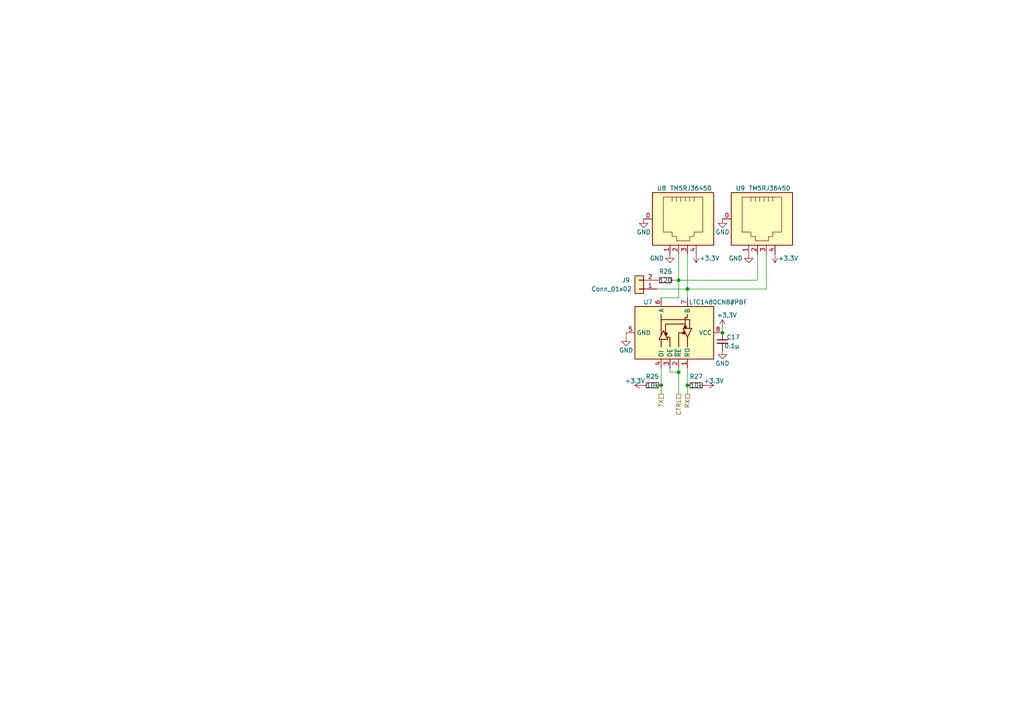
<source format=kicad_sch>
(kicad_sch (version 20211123) (generator eeschema)
  (paper "A4")
  (lib_symbols
    (symbol "Connector_Generic:Conn_01x02" (pin_names (offset 1.016) hide)
      (property "Reference" "J" (at 0 2.54 0))
      (property "Value" "Conn_01x02" (at 0 -5.08 0))
      (symbol "Conn_01x02_1_1"
        (rectangle (start -1.27 -2.413) (end 0 -2.667) (stroke (width 0.1524)))
        (rectangle (start -1.27 0.127) (end 0 -0.127) (stroke (width 0.1524)))
        (rectangle (start -1.27 1.27) (end 1.27 -3.81) (stroke (width 0.254)) (fill (type background)))
        (pin passive line (at -5.08 0 0) (length 3.81) (name "Pin_1") (number "1"))
        (pin passive line (at -5.08 -2.54 0) (length 3.81) (name "Pin_2") (number "2"))
      )
    )
    (symbol "Device:C_Small" (pin_numbers hide) (pin_names (offset 0.254) hide)
      (property "Reference" "C" (at 0.254 1.778 0))
      (property "Value" "C_Small" (at 0.254 -2.032 0))
      (symbol "C_Small_0_1"
        (polyline (pts (xy -1.524 -0.508) (xy 1.524 -0.508)) (stroke (width 0.3302)))
        (polyline (pts (xy -1.524 0.508) (xy 1.524 0.508)) (stroke (width 0.3048)))
      )
      (symbol "C_Small_1_1"
        (pin passive line (at 0 2.54 270) (length 2.032) (name "~") (number "1"))
        (pin passive line (at 0 -2.54 90) (length 2.032) (name "~") (number "2"))
      )
    )
    (symbol "Device:R_Small" (pin_numbers hide) (pin_names (offset 0.254) hide)
      (property "Reference" "R" (at 0.762 0.508 0))
      (property "Value" "R_Small" (at 0.762 -1.016 0))
      (symbol "R_Small_0_1"
        (rectangle (start -0.762 1.778) (end 0.762 -1.778) (stroke (width 0.2032)))
      )
      (symbol "R_Small_1_1"
        (pin passive line (at 0 2.54 270) (length 0.762) (name "~") (number "1"))
        (pin passive line (at 0 -2.54 90) (length 0.762) (name "~") (number "2"))
      )
    )
    (symbol "Interface_UART:MAX485E"
      (property "Reference" "U" (at -6.096 11.43 0))
      (property "Value" "MAX485E" (at 0.762 11.43 0))
      (symbol "MAX485E_0_1"
        (rectangle (start -7.62 10.16) (end 7.62 -12.7) (stroke (width 0.254)) (fill (type background)))
        (circle (center -0.3048 -3.683) (radius 0.3556) (stroke (width 0.254)) (fill (type outline)))
        (circle (center -0.0254 1.4986) (radius 0.3556) (stroke (width 0.254)) (fill (type outline)))
        (polyline (pts (xy -4.064 -5.08) (xy -1.905 -5.08)) (stroke (width 0.254)))
        (polyline (pts (xy -4.064 2.54) (xy -1.27 2.54)) (stroke (width 0.254)))
        (polyline (pts (xy -1.27 -3.2004) (xy -1.27 -3.4544)) (stroke (width 0.254)))
        (polyline (pts (xy -0.635 -5.08) (xy 5.334 -5.08)) (stroke (width 0.254)))
        (polyline (pts (xy -4.064 -2.54) (xy -1.27 -2.54) (xy -1.27 -3.175)) (stroke (width 0.254)))
        (polyline (pts (xy 0 1.27) (xy 0 0) (xy -4.064 0)) (stroke (width 0.254)))
        (polyline (pts (xy 1.27 3.175) (xy 3.81 3.175) (xy 3.81 -5.08)) (stroke (width 0.254)))
        (polyline (pts (xy 2.54 1.905) (xy 2.54 -3.81) (xy 0 -3.81)) (stroke (width 0.254)))
        (polyline (pts (xy -1.905 -3.175) (xy -1.905 -5.715) (xy 0.635 -4.445) (xy -1.905 -3.175)) (stroke (width 0.254)))
        (polyline (pts (xy -1.27 2.54) (xy 1.27 3.81) (xy 1.27 1.27) (xy -1.27 2.54)) (stroke (width 0.254)))
        (polyline (pts (xy 1.905 1.905) (xy 4.445 1.905) (xy 4.445 2.54) (xy 5.334 2.54)) (stroke (width 0.254)))
        (rectangle (start 1.27 3.175) (end 1.27 3.175))
        (circle (center 1.651 1.905) (radius 0.3556) (stroke (width 0.254)) (fill (type outline)))
      )
      (symbol "MAX485E_1_1"
        (pin output line (at -10.16 2.54 0) (length 2.54) (name "RO") (number "1"))
        (pin input line (at -10.16 0 0) (length 2.54) (name "~{RE}") (number "2"))
        (pin input line (at -10.16 -2.54 0) (length 2.54) (name "DE") (number "3"))
        (pin input line (at -10.16 -5.08 0) (length 2.54) (name "DI") (number "4"))
        (pin power_in line (at 0 -15.24 90) (length 2.54) (name "GND") (number "5"))
        (pin bidirectional line (at 10.16 -5.08 180) (length 2.54) (name "A") (number "6"))
        (pin bidirectional line (at 10.16 2.54 180) (length 2.54) (name "B") (number "7"))
        (pin power_in line (at 0 12.7 270) (length 2.54) (name "VCC") (number "8"))
      )
    )
    (symbol "TM5RJ36450:TM5RJ36450"
      (property "Reference" "U" (at 0 12.065 0))
      (property "Value" "TM5RJ36450" (at 0 10.16 0))
      (symbol "TM5RJ36450_0_1"
        (polyline (pts (xy -6.35 -3.175) (xy -5.08 -3.175) (xy -5.08 -3.175)))
        (polyline (pts (xy -6.35 -1.905) (xy -5.08 -1.905) (xy -5.08 -1.905)))
        (polyline (pts (xy -6.35 -0.635) (xy -5.08 -0.635) (xy -5.08 -0.635)))
        (polyline (pts (xy -6.35 0.635) (xy -5.08 0.635) (xy -5.08 0.635)))
        (polyline (pts (xy -6.35 1.905) (xy -5.08 1.905) (xy -5.08 1.905)))
        (polyline (pts (xy -5.08 3.175) (xy -6.35 3.175) (xy -6.35 3.175)))
        (polyline (pts (xy -6.35 -5.715) (xy -6.35 5.715) (xy 3.81 5.715) (xy 3.81 3.175) (xy 5.08 3.175) (xy 5.08 1.905) (xy 6.35 1.905) (xy 6.35 -1.905) (xy 5.08 -1.905) (xy 5.08 -3.175) (xy 3.81 -3.175) (xy 3.81 -5.715) (xy -6.35 -5.715) (xy -6.35 -5.715)))
        (rectangle (start 7.62 8.89) (end -7.62 -8.89) (stroke (width 0.254)) (fill (type background)))
      )
      (symbol "TM5RJ36450_1_1"
        (pin passive line (at 0 -11.43 90) (length 2.54) (name "~") (number "0"))
        (pin passive line (at 10.16 -3.81 180) (length 2.54) (name "~") (number "1"))
        (pin passive line (at 10.16 -1.27 180) (length 2.54) (name "~") (number "2"))
        (pin passive line (at 10.16 1.27 180) (length 2.54) (name "~") (number "3"))
        (pin passive line (at 10.16 3.81 180) (length 2.54) (name "~") (number "4"))
      )
    )
    (symbol "power:+3.3V" (power) (pin_names (offset 0))
      (property "Value" "+3.3V" (at 0 3.556 0))
      (symbol "+3.3V_0_1"
        (polyline (pts (xy -0.762 1.27) (xy 0 2.54)))
        (polyline (pts (xy 0 0) (xy 0 2.54)))
        (polyline (pts (xy 0 2.54) (xy 0.762 1.27)))
      )
      (symbol "+3.3V_1_1"
        (pin power_in line (at 0 0 90) (length 0) hide (name "+3.3V") (number "1"))
      )
    )
    (symbol "power:GND" (power) (pin_names (offset 0))
      (property "Value" "GND" (at 0 -3.81 0))
      (symbol "GND_0_1"
        (polyline (pts (xy 0 0) (xy 0 -1.27) (xy 1.27 -1.27) (xy 0 -2.54) (xy -1.27 -1.27) (xy 0 -1.27)))
      )
      (symbol "GND_1_1"
        (pin power_in line (at 0 0 270) (length 0) hide (name "GND") (number "1"))
      )
    )
  )
  (junction (at 199.39 111.76))
  (junction (at 209.55 96.52))
  (junction (at 196.85 107.95))
  (junction (at 199.39 83.82))
  (junction (at 196.85 81.28))
  (junction (at 191.77 111.76))
  (wire (pts (xy 181.61 97.79) (xy 181.61 96.52)))
  (wire (pts (xy 194.31 106.68) (xy 194.31 107.95)))
  (wire (pts (xy 199.39 73.66) (xy 199.39 83.82)))
  (wire (pts (xy 219.71 81.28) (xy 196.85 81.28)))
  (wire (pts (xy 196.85 86.36) (xy 196.85 81.28)))
  (wire (pts (xy 199.39 83.82) (xy 199.39 86.36)))
  (wire (pts (xy 222.25 73.66) (xy 222.25 83.82)))
  (wire (pts (xy 199.39 106.68) (xy 199.39 111.76)))
  (wire (pts (xy 196.85 73.66) (xy 196.85 81.28)))
  (wire (pts (xy 196.85 114.3) (xy 196.85 107.95)))
  (wire (pts (xy 209.55 95.25) (xy 209.55 96.52)))
  (wire (pts (xy 191.77 111.76) (xy 191.77 114.3)))
  (wire (pts (xy 219.71 73.66) (xy 219.71 81.28)))
  (wire (pts (xy 191.77 86.36) (xy 196.85 86.36)))
  (wire (pts (xy 199.39 111.76) (xy 199.39 114.3)))
  (wire (pts (xy 194.31 107.95) (xy 196.85 107.95)))
  (wire (pts (xy 199.39 83.82) (xy 222.25 83.82)))
  (wire (pts (xy 195.58 81.28) (xy 196.85 81.28)))
  (wire (pts (xy 196.85 106.68) (xy 196.85 107.95)))
  (wire (pts (xy 191.77 106.68) (xy 191.77 111.76)))
  (wire (pts (xy 190.5 83.82) (xy 199.39 83.82)))
  (hierarchical_label "CTRL" (shape passive) (at 196.85 114.3 270))
  (hierarchical_label "RX" (shape passive) (at 199.39 114.3 270))
  (hierarchical_label "TX" (shape passive) (at 191.77 114.3 270))
  (symbol (lib_id "power:GND") (at 209.55 101.6 0) (mirror y) (unit 1)
    (property "Reference" "#PWR073" (effects hide))
    (property "Value" "GND" (at 209.55 105.41 0))
  )
  (symbol (lib_id "power:GND") (at 209.55 63.5 0) (unit 1)
    (property "Reference" "#PWR071" (effects hide))
    (property "Value" "GND" (at 209.55 67.31 0))
  )
  (symbol (lib_id "Interface_UART:MAX485E") (at 196.85 96.52 270) (mirror x) (unit 1)
    (property "Reference" "U7" (at 187.96 87.63 90))
    (property "Value" "LTC1480CN8#PBF" (at 208.28 87.63 90))
    (property "Footprint" "Package_DIP:DIP-8_W7.62mm_LongPads" (effects hide))
    (property "Datasheet" "https://datasheets.maximintegrated.com/en/ds/MAX1487E-MAX491E.pdf" (effects hide))
  )
  (symbol (lib_id "Device:R_Small") (at 193.04 81.28 90) (unit 1)
    (property "Reference" "R26" (at 193.04 78.74 90))
    (property "Value" "120" (at 193.04 81.28 90))
    (property "Footprint" "Resistor_SMD:R_0603_1608Metric_Pad0.98x0.95mm_HandSolder" (effects hide))
  )
  (symbol (lib_id "TM5RJ36450:TM5RJ36450") (at 220.98 63.5 270) (unit 1)
    (property "Reference" "U9" (at 213.36 54.61 90) (effects (justify left)))
    (property "Value" "TM5RJ36450" (at 217.17 54.61 90) (effects (justify left)))
    (property "Footprint" "TM5RJ36450:TM5RJ36450" (effects hide))
  )
  (symbol (lib_id "power:GND") (at 186.69 63.5 0) (unit 1)
    (property "Reference" "#PWR066" (effects hide))
    (property "Value" "GND" (at 186.69 67.31 0))
  )
  (symbol (lib_id "power:GND") (at 181.61 97.79 0) (mirror y) (unit 1)
    (property "Reference" "#PWR065" (effects hide))
    (property "Value" "GND" (at 181.61 101.6 0))
  )
  (symbol (lib_id "power:GND") (at 217.17 73.66 0) (unit 1)
    (property "Reference" "#PWR074" (effects hide))
    (property "Value" "GND" (at 213.36 74.93 0))
  )
  (symbol (lib_id "power:+3.3V") (at 209.55 95.25 0) (mirror y) (unit 1)
    (property "Reference" "#PWR072" (effects hide))
    (property "Value" "+3.3V" (at 210.82 91.44 0))
  )
  (symbol (lib_id "Device:R_Small") (at 189.23 111.76 270) (mirror x) (unit 1)
    (property "Reference" "R25" (at 189.23 109.22 90))
    (property "Value" "10k" (at 189.23 111.76 90))
    (property "Footprint" "Resistor_SMD:R_0603_1608Metric_Pad0.98x0.95mm_HandSolder" (effects hide))
  )
  (symbol (lib_id "Connector_Generic:Conn_01x02") (at 185.42 83.82 180) (unit 1)
    (property "Reference" "J9" (at 180.34 81.28 0) (effects (justify right)))
    (property "Value" "Conn_01x02" (at 171.45 83.82 0) (effects (justify right)))
    (property "Footprint" "Connector_PinHeader_2.54mm:PinHeader_1x02_P2.54mm_Vertical" (effects hide))
  )
  (symbol (lib_id "Device:C_Small") (at 209.55 99.06 0) (mirror y) (unit 1)
    (property "Reference" "C17" (at 214.63 97.79 0) (effects (justify left)))
    (property "Value" "0.1μ" (at 214.63 100.33 0) (effects (justify left)))
    (property "Footprint" "Capacitor_SMD:C_0603_1608Metric_Pad1.08x0.95mm_HandSolder" (effects hide))
  )
  (symbol (lib_id "TM5RJ36450:TM5RJ36450") (at 198.12 63.5 270) (unit 1)
    (property "Reference" "U8" (at 190.5 54.61 90) (effects (justify left)))
    (property "Value" "TM5RJ36450" (at 194.31 54.61 90) (effects (justify left)))
    (property "Footprint" "TM5RJ36450:TM5RJ36450" (effects hide))
  )
  (symbol (lib_id "power:+3.3V") (at 204.47 111.76 270) (unit 1)
    (property "Reference" "#PWR070" (effects hide))
    (property "Value" "+3.3V" (at 207.01 110.49 90))
  )
  (symbol (lib_id "power:+3.3V") (at 186.69 111.76 90) (mirror x) (unit 1)
    (property "Reference" "#PWR067" (effects hide))
    (property "Value" "+3.3V" (at 184.15 110.49 90))
  )
  (symbol (lib_id "power:+3.3V") (at 201.93 73.66 180) (unit 1)
    (property "Reference" "#PWR069" (effects hide))
    (property "Value" "+3.3V" (at 205.74 74.93 0))
  )
  (symbol (lib_id "power:+3.3V") (at 224.79 73.66 180) (unit 1)
    (property "Reference" "#PWR075" (effects hide))
    (property "Value" "+3.3V" (at 228.6 74.93 0))
  )
  (symbol (lib_id "Device:R_Small") (at 201.93 111.76 90) (unit 1)
    (property "Reference" "R27" (at 201.93 109.22 90))
    (property "Value" "10k" (at 201.93 111.76 90))
    (property "Footprint" "Resistor_SMD:R_0603_1608Metric_Pad0.98x0.95mm_HandSolder" (effects hide))
  )
  (symbol (lib_id "power:GND") (at 194.31 73.66 0) (unit 1)
    (property "Reference" "#PWR068" (effects hide))
    (property "Value" "GND" (at 190.5 74.93 0))
  )
)
</source>
